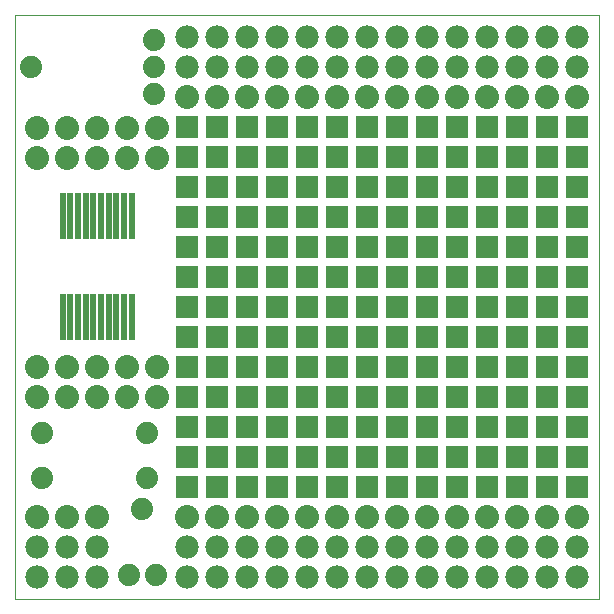
<source format=gbs>
G75*
G70*
%OFA0B0*%
%FSLAX24Y24*%
%IPPOS*%
%LPD*%
%AMOC8*
5,1,8,0,0,1.08239X$1,22.5*
%
%ADD10C,0.0000*%
%ADD11C,0.0780*%
%ADD12R,0.0197X0.1540*%
%ADD13C,0.0800*%
%ADD14R,0.0740X0.0740*%
%ADD15C,0.0740*%
D10*
X000645Y000806D02*
X000645Y020301D01*
X020130Y020291D01*
X020130Y000806D01*
X000645Y000806D01*
D11*
X001395Y001556D03*
X002395Y001556D03*
X003395Y001556D03*
X003395Y002556D03*
X002395Y002556D03*
X001395Y002556D03*
X006395Y002556D03*
X006395Y001556D03*
X007395Y001556D03*
X008395Y001556D03*
X009395Y001556D03*
X010395Y001556D03*
X011395Y001556D03*
X012395Y001556D03*
X013395Y001556D03*
X014395Y001556D03*
X015395Y001556D03*
X016395Y001556D03*
X017395Y001556D03*
X018395Y001556D03*
X019395Y001556D03*
X019395Y002556D03*
X018395Y002556D03*
X017395Y002556D03*
X016395Y002556D03*
X015395Y002556D03*
X014395Y002556D03*
X013395Y002556D03*
X012395Y002556D03*
X011395Y002556D03*
X010395Y002556D03*
X009395Y002556D03*
X008395Y002556D03*
X007395Y002556D03*
X007395Y018556D03*
X006395Y018556D03*
X006395Y019556D03*
X007395Y019556D03*
X008395Y019556D03*
X008395Y018556D03*
X009395Y018556D03*
X010395Y018556D03*
X011395Y018556D03*
X012395Y018556D03*
X013395Y018556D03*
X014395Y018556D03*
X015395Y018556D03*
X016395Y018556D03*
X017395Y018556D03*
X018395Y018556D03*
X019395Y018556D03*
X019395Y019556D03*
X018395Y019556D03*
X017395Y019556D03*
X016395Y019556D03*
X015395Y019556D03*
X014395Y019556D03*
X013395Y019556D03*
X012395Y019556D03*
X011395Y019556D03*
X010395Y019556D03*
X009395Y019556D03*
D12*
X004547Y013583D03*
X004291Y013583D03*
X004035Y013583D03*
X003779Y013583D03*
X003523Y013583D03*
X003267Y013583D03*
X003011Y013583D03*
X002755Y013583D03*
X002499Y013583D03*
X002243Y013583D03*
X002243Y010229D03*
X002499Y010229D03*
X002755Y010229D03*
X003011Y010229D03*
X003267Y010229D03*
X003523Y010229D03*
X003779Y010229D03*
X004035Y010229D03*
X004291Y010229D03*
X004547Y010229D03*
D13*
X004395Y008556D03*
X004395Y007556D03*
X003395Y007556D03*
X002395Y007556D03*
X001395Y007556D03*
X001395Y008556D03*
X002395Y008556D03*
X003395Y008556D03*
X005395Y008556D03*
X005395Y007556D03*
X006395Y003556D03*
X007395Y003556D03*
X008395Y003556D03*
X009395Y003556D03*
X010395Y003556D03*
X011395Y003556D03*
X012395Y003556D03*
X013395Y003556D03*
X014395Y003556D03*
X015395Y003556D03*
X016395Y003556D03*
X017395Y003556D03*
X018395Y003556D03*
X019395Y003556D03*
X019395Y017556D03*
X018395Y017556D03*
X017395Y017556D03*
X016395Y017556D03*
X015395Y017556D03*
X014395Y017556D03*
X013395Y017556D03*
X012395Y017556D03*
X011395Y017556D03*
X010395Y017556D03*
X009395Y017556D03*
X008395Y017556D03*
X007395Y017556D03*
X006395Y017556D03*
X005395Y016506D03*
X005395Y015506D03*
X004395Y015506D03*
X003395Y015506D03*
X002395Y015506D03*
X001395Y015506D03*
X001395Y016506D03*
X002395Y016506D03*
X003395Y016506D03*
X004395Y016506D03*
X003395Y003556D03*
X002395Y003556D03*
X001395Y003556D03*
D14*
X006395Y004556D03*
X007395Y004556D03*
X008395Y004556D03*
X009395Y004556D03*
X010395Y004556D03*
X011395Y004556D03*
X012395Y004556D03*
X013395Y004556D03*
X014395Y004556D03*
X015395Y004556D03*
X016395Y004556D03*
X017395Y004556D03*
X018395Y004556D03*
X019395Y004556D03*
X019395Y005556D03*
X018395Y005556D03*
X017395Y005556D03*
X016395Y005556D03*
X015395Y005556D03*
X014395Y005556D03*
X013395Y005556D03*
X012395Y005556D03*
X011395Y005556D03*
X010395Y005556D03*
X009395Y005556D03*
X008395Y005556D03*
X007395Y005556D03*
X006395Y005556D03*
X006395Y006556D03*
X006395Y007556D03*
X007395Y007556D03*
X007395Y006556D03*
X008395Y006556D03*
X008395Y007556D03*
X009395Y007556D03*
X009395Y006556D03*
X010395Y006556D03*
X010395Y007556D03*
X011395Y007556D03*
X011395Y006556D03*
X012395Y006556D03*
X012395Y007556D03*
X013395Y007556D03*
X013395Y006556D03*
X014395Y006556D03*
X014395Y007556D03*
X015395Y007556D03*
X015395Y006556D03*
X016395Y006556D03*
X016395Y007556D03*
X017395Y007556D03*
X017395Y006556D03*
X018395Y006556D03*
X018395Y007556D03*
X019395Y007556D03*
X019395Y006556D03*
X019395Y008556D03*
X018395Y008556D03*
X017395Y008556D03*
X016395Y008556D03*
X015395Y008556D03*
X014395Y008556D03*
X013395Y008556D03*
X012395Y008556D03*
X011395Y008556D03*
X010395Y008556D03*
X009395Y008556D03*
X008395Y008556D03*
X007395Y008556D03*
X006395Y008556D03*
X006395Y009556D03*
X006395Y010556D03*
X007395Y010556D03*
X007395Y009556D03*
X008395Y009556D03*
X008395Y010556D03*
X009395Y010556D03*
X009395Y009556D03*
X010395Y009556D03*
X010395Y010556D03*
X011395Y010556D03*
X011395Y009556D03*
X012395Y009556D03*
X012395Y010556D03*
X013395Y010556D03*
X013395Y009556D03*
X014395Y009556D03*
X014395Y010556D03*
X015395Y010556D03*
X015395Y009556D03*
X016395Y009556D03*
X016395Y010556D03*
X017395Y010556D03*
X017395Y009556D03*
X018395Y009556D03*
X018395Y010556D03*
X019395Y010556D03*
X019395Y009556D03*
X019395Y011556D03*
X018395Y011556D03*
X017395Y011556D03*
X016395Y011556D03*
X015395Y011556D03*
X014395Y011556D03*
X013395Y011556D03*
X012395Y011556D03*
X011395Y011556D03*
X010395Y011556D03*
X009395Y011556D03*
X008395Y011556D03*
X007395Y011556D03*
X006395Y011556D03*
X006395Y012556D03*
X007395Y012556D03*
X008395Y012556D03*
X009395Y012556D03*
X010395Y012556D03*
X011395Y012556D03*
X012395Y012556D03*
X013395Y012556D03*
X014395Y012556D03*
X015395Y012556D03*
X016395Y012556D03*
X017395Y012556D03*
X018395Y012556D03*
X019395Y012556D03*
X019395Y013556D03*
X019395Y014556D03*
X018395Y014556D03*
X018395Y013556D03*
X017395Y013556D03*
X017395Y014556D03*
X016395Y014556D03*
X016395Y013556D03*
X015395Y013556D03*
X015395Y014556D03*
X014395Y014556D03*
X014395Y013556D03*
X013395Y013556D03*
X013395Y014556D03*
X012395Y014556D03*
X012395Y013556D03*
X011395Y013556D03*
X011395Y014556D03*
X010395Y014556D03*
X010395Y013556D03*
X009395Y013556D03*
X009395Y014556D03*
X008395Y014556D03*
X008395Y013556D03*
X007395Y013556D03*
X007395Y014556D03*
X006395Y014556D03*
X006395Y013556D03*
X006395Y015556D03*
X007395Y015556D03*
X008395Y015556D03*
X009395Y015556D03*
X010395Y015556D03*
X011395Y015556D03*
X012395Y015556D03*
X013395Y015556D03*
X014395Y015556D03*
X015395Y015556D03*
X016395Y015556D03*
X017395Y015556D03*
X018395Y015556D03*
X019395Y015556D03*
X019395Y016556D03*
X018395Y016556D03*
X017395Y016556D03*
X016395Y016556D03*
X015395Y016556D03*
X014395Y016556D03*
X013395Y016556D03*
X012395Y016556D03*
X011395Y016556D03*
X010395Y016556D03*
X009395Y016556D03*
X008395Y016556D03*
X007395Y016556D03*
X006395Y016556D03*
D15*
X005295Y017656D03*
X005295Y018556D03*
X005295Y019456D03*
X001195Y018556D03*
X001545Y006356D03*
X001545Y004856D03*
X004445Y001606D03*
X005345Y001606D03*
X004895Y003806D03*
X005045Y004856D03*
X005045Y006356D03*
M02*

</source>
